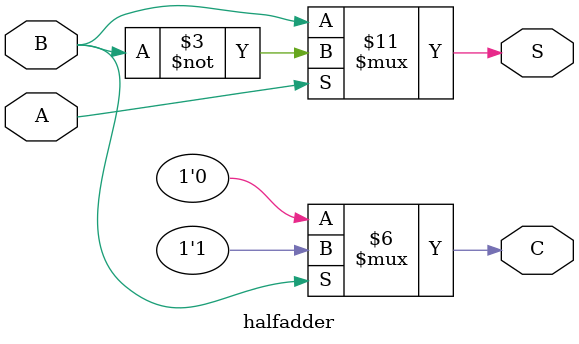
<source format=v>

module halfadder(A,B,S,C);
input A,B;
output reg S,C;

always @(*)
begin
  if(A==1'b0)
    begin
		S=B;
		C=0;
    end
else
  begin
		S=~B;
		C=0;
  end
  if(B==1'b1)
		C=1;
end
endmodule


</source>
